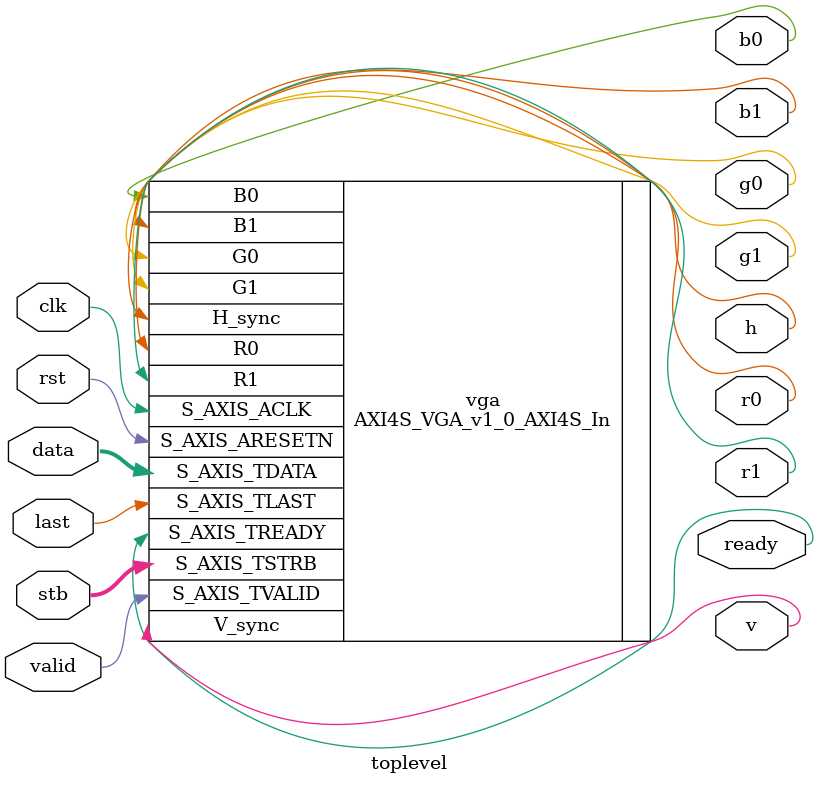
<source format=v>
`timescale 1ns / 1ps


module toplevel(
    input clk,
    input rst, 
    input [31:0] data,
    input [3:0] stb,
    input last,
    input valid,
    output wire r1, 
    output wire r0, 
    output wire g1,
    output wire g0,
    output wire b1,
    output wire b0,
    output wire h, 
    output wire v,
    output wire ready

    );
    
   AXI4S_VGA_v1_0_AXI4S_In vga
        (
            .R1(r1),
            .R0(r0),
            .G1(g1),
            .G0(g0),
            .B1(b1),
            .B0(b0),
            .H_sync(h),
            .V_sync(v),
            .S_AXIS_ACLK(clk),
            .S_AXIS_ARESETN(rst),
            .S_AXIS_TREADY(ready),
            .S_AXIS_TDATA(data),
            .S_AXIS_TSTRB(stb),
            .S_AXIS_TLAST(last),
            .S_AXIS_TVALID(valid)
        );
endmodule

</source>
